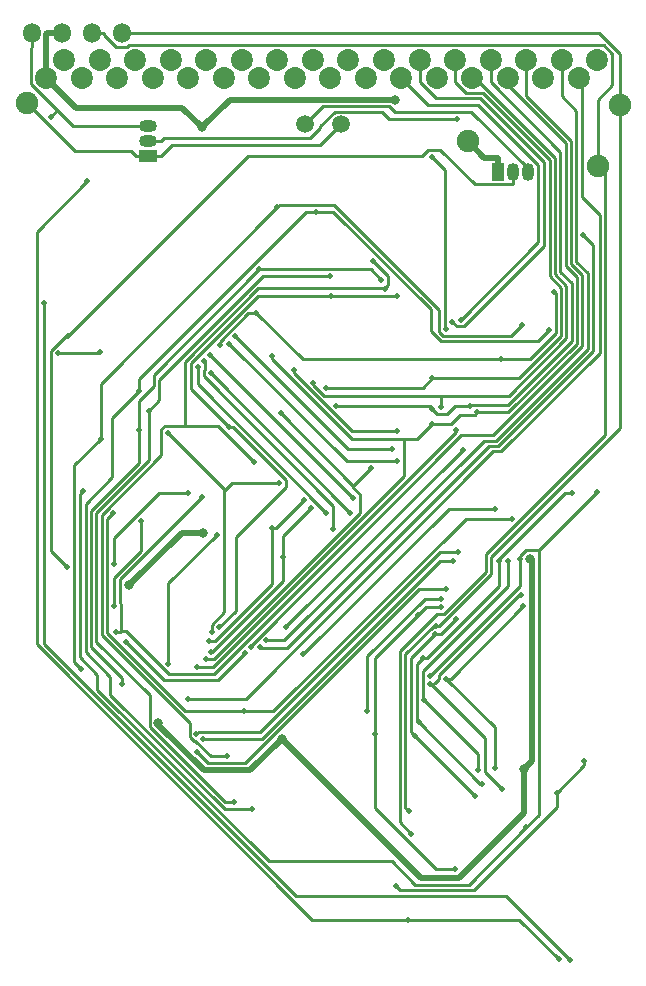
<source format=gbr>
%TF.GenerationSoftware,KiCad,Pcbnew,(7.0.0)*%
%TF.CreationDate,2023-03-08T13:52:56-06:00*%
%TF.ProjectId,G0-022M6,47302d30-3232-44d3-962e-6b696361645f,rev?*%
%TF.SameCoordinates,Original*%
%TF.FileFunction,Copper,L2,Bot*%
%TF.FilePolarity,Positive*%
%FSLAX46Y46*%
G04 Gerber Fmt 4.6, Leading zero omitted, Abs format (unit mm)*
G04 Created by KiCad (PCBNEW (7.0.0)) date 2023-03-08 13:52:56*
%MOMM*%
%LPD*%
G01*
G04 APERTURE LIST*
%TA.AperFunction,NonConductor*%
%ADD10C,0.000001*%
%TD*%
%TA.AperFunction,ComponentPad*%
%ADD11C,1.500000*%
%TD*%
%TA.AperFunction,ComponentPad*%
%ADD12C,1.860000*%
%TD*%
%TA.AperFunction,ComponentPad*%
%ADD13R,1.500000X1.050000*%
%TD*%
%TA.AperFunction,ComponentPad*%
%ADD14O,1.500000X1.050000*%
%TD*%
%TA.AperFunction,ComponentPad*%
%ADD15R,1.050000X1.500000*%
%TD*%
%TA.AperFunction,ComponentPad*%
%ADD16O,1.050000X1.500000*%
%TD*%
%TA.AperFunction,SMDPad,CuDef*%
%ADD17O,1.500000X1.700000*%
%TD*%
%TA.AperFunction,SMDPad,CuDef*%
%ADD18C,1.900000*%
%TD*%
%TA.AperFunction,ViaPad*%
%ADD19C,0.500000*%
%TD*%
%TA.AperFunction,ViaPad*%
%ADD20C,0.800000*%
%TD*%
%TA.AperFunction,Conductor*%
%ADD21C,0.250000*%
%TD*%
%TA.AperFunction,Conductor*%
%ADD22C,0.500000*%
%TD*%
G04 APERTURE END LIST*
D10*
X177153350Y-61881350D02*
G75*
G03*
X177153350Y-61881350I0J0D01*
G01*
X126948750Y-61682950D02*
G75*
G03*
X126948750Y-61682950I0J0D01*
G01*
D11*
%TO.P,C6,1*%
%TO.N,/Q1.Out*%
X150530000Y-63510000D03*
%TO.P,C6,2*%
%TO.N,/Q2.In*%
X153530000Y-63510000D03*
%TD*%
D12*
%TO.P,J5,1,+5V*%
%TO.N,/VCC*%
X175258400Y-58071300D03*
%TO.P,J5,2,Clock*%
%TO.N,/Clk*%
X173711900Y-59578300D03*
%TO.P,J5,3,Write*%
%TO.N,/Game.Write*%
X172249862Y-58071300D03*
%TO.P,J5,4,Read*%
%TO.N,/Game.Read*%
X170706224Y-59578300D03*
%TO.P,J5,5,CS*%
%TO.N,/Game.CS*%
X169241329Y-58071300D03*
%TO.P,J5,6,A0*%
%TO.N,/A0*%
X167700558Y-59578300D03*
%TO.P,J5,7,A1*%
%TO.N,/A1*%
X166232796Y-58071300D03*
%TO.P,J5,8,A2*%
%TO.N,/A2*%
X164694892Y-59578300D03*
%TO.P,J5,9,A3*%
%TO.N,/A3*%
X163224263Y-58071300D03*
%TO.P,J5,10,A4*%
%TO.N,/A4*%
X161689226Y-59578300D03*
%TO.P,J5,11,A5*%
%TO.N,/A5*%
X160215730Y-58071300D03*
%TO.P,J5,12,A6*%
%TO.N,/A6*%
X158683560Y-59578300D03*
%TO.P,J5,13,A7*%
%TO.N,/A7*%
X157207197Y-58071300D03*
%TO.P,J5,14,A8*%
%TO.N,/A8*%
X155677894Y-59578300D03*
%TO.P,J5,15,A9*%
%TO.N,/A9*%
X154198664Y-58071300D03*
%TO.P,J5,16,A10*%
%TO.N,/A10*%
X152672228Y-59578300D03*
%TO.P,J5,17,A11*%
%TO.N,/A11*%
X151190131Y-58071300D03*
%TO.P,J5,18,A12*%
%TO.N,/A12*%
X149666562Y-59578300D03*
%TO.P,J5,19,A13*%
%TO.N,/Game.A13*%
X148181598Y-58071300D03*
%TO.P,J5,20,A14*%
%TO.N,/Game.A14*%
X146660896Y-59578300D03*
%TO.P,J5,21,A15*%
%TO.N,/Game.A15*%
X145173065Y-58071300D03*
%TO.P,J5,22,Data_0*%
%TO.N,/D0*%
X143655230Y-59578300D03*
%TO.P,J5,23,Data_1*%
%TO.N,/D1*%
X142164532Y-58071300D03*
%TO.P,J5,24,Data_2*%
%TO.N,/D2*%
X140649564Y-59578300D03*
%TO.P,J5,25,Data_3*%
%TO.N,/D3*%
X139155999Y-58071300D03*
%TO.P,J5,26,Data_4*%
%TO.N,/D4*%
X137643898Y-59578300D03*
%TO.P,J5,27,Data_5*%
%TO.N,/D5*%
X136147466Y-58071300D03*
%TO.P,J5,28,Data_6*%
%TO.N,/D6*%
X134638232Y-59578300D03*
%TO.P,J5,29,Data_7*%
%TO.N,/D7*%
X133138933Y-58071300D03*
%TO.P,J5,30,Reset*%
%TO.N,/Reset*%
X131632566Y-59578300D03*
%TO.P,J5,31,Audio*%
%TO.N,/Audio*%
X130130400Y-58071300D03*
%TO.P,J5,32,GND*%
%TO.N,/GND*%
X128626900Y-59578300D03*
%TD*%
D13*
%TO.P,Q2,1,E*%
%TO.N,/Q2.In*%
X137266999Y-66167999D03*
D14*
%TO.P,Q2,2,B*%
%TO.N,/Q2.Trigger*%
X137266999Y-64897999D03*
%TO.P,Q2,3,C*%
%TO.N,/Q2.Out*%
X137266999Y-63627999D03*
%TD*%
D15*
%TO.P,Q1,1,E*%
%TO.N,/GND*%
X166834999Y-67516999D03*
D16*
%TO.P,Q1,2,B*%
%TO.N,/Q1.Trigger*%
X168104999Y-67516999D03*
%TO.P,Q1,3,C*%
%TO.N,/Q1.Out*%
X169374999Y-67516999D03*
%TD*%
D17*
%TO.P,J11,1,Pin_1*%
%TO.N,/Const.High.23*%
X135003999Y-55794999D03*
%TO.P,J11,2,Pin_2*%
%TO.N,/Button*%
X132463999Y-55794999D03*
%TO.P,J11,3,Pin_3*%
%TO.N,/GND*%
X129923999Y-55794999D03*
%TO.P,J11,4,Pin_4*%
%TO.N,/Q2.Out*%
X127383999Y-55794999D03*
%TD*%
D18*
%TO.P,J7,1,Pin_1*%
%TO.N,/Const.High.23*%
X177153400Y-61881300D03*
%TD*%
%TO.P,J10,1,Pin_1*%
%TO.N,/Q2.In*%
X126948800Y-61682900D03*
%TD*%
%TO.P,J9,1,Pin_1*%
%TO.N,/GND*%
X164334400Y-64937200D03*
%TD*%
%TO.P,J8,1,Pin_1*%
%TO.N,/Button*%
X175288100Y-67001000D03*
%TD*%
D19*
%TO.N,/Audio*%
X128401600Y-78605200D03*
X172917300Y-134216800D03*
%TO.N,/Reset*%
X159210000Y-130834600D03*
X171991400Y-134159700D03*
X132091600Y-68327900D03*
%TO.N,/Game.CS*%
X145941300Y-107734500D03*
%TO.N,/Game.Read*%
X174083600Y-72873900D03*
X146677600Y-107739300D03*
%TO.N,/Game.Write*%
X147230400Y-107191500D03*
%TO.N,/Clk*%
X140604600Y-112133700D03*
%TO.N,/Const.High.21*%
X171845000Y-120109700D03*
X174170000Y-117444000D03*
X158249300Y-127971900D03*
%TO.N,/Transistors*%
X145410200Y-108267200D03*
X135353200Y-107320400D03*
%TO.N,/Const.High.23*%
X161649100Y-105960800D03*
X159341800Y-121673900D03*
%TO.N,/Button*%
X159501400Y-123558500D03*
%TO.N,/TSOP.DIP.OE*%
X150370000Y-108381100D03*
X166600400Y-96033600D03*
%TO.N,/TSOP.DIP.WE*%
X148944200Y-106050400D03*
X163902300Y-91050500D03*
%TO.N,/Unused.A18*%
X140605700Y-94749900D03*
X134360400Y-100700600D03*
%TO.N,/A16*%
X141793000Y-95069200D03*
X163324000Y-89378900D03*
X134482000Y-106483900D03*
%TO.N,/Game.A15*%
X143062000Y-98232000D03*
X138959900Y-109226300D03*
X146394800Y-79472100D03*
X143299100Y-82186000D03*
X167079000Y-83396800D03*
X171620500Y-77677000D03*
%TO.N,/A12*%
X152749000Y-77993800D03*
X144089300Y-89108400D03*
X158288100Y-78010200D03*
X143217500Y-106099200D03*
%TO.N,/A7*%
X143887500Y-117017000D03*
X146222000Y-92111100D03*
X156278200Y-75083000D03*
X157333600Y-77427900D03*
%TO.N,/A6*%
X163694400Y-80029000D03*
X147751000Y-97639900D03*
X142424500Y-107286800D03*
X150406100Y-95266100D03*
%TO.N,/A5*%
X148648000Y-100104200D03*
X142586300Y-108143500D03*
X162991000Y-80210900D03*
X151055400Y-95944800D03*
%TO.N,/A4*%
X142119900Y-108769200D03*
X161241300Y-66235400D03*
X162436900Y-80817800D03*
X156114500Y-92591000D03*
X148495600Y-87954200D03*
%TO.N,/A3*%
X161264100Y-85002800D03*
X152254700Y-85793300D03*
X163079000Y-100436100D03*
X141914000Y-115559300D03*
%TO.N,/A2*%
X162042100Y-87399300D03*
X162431400Y-102866700D03*
X141341800Y-116614100D03*
X151215700Y-85391000D03*
%TO.N,/A1*%
X161300700Y-87572000D03*
X153174200Y-87349500D03*
X164515400Y-87335100D03*
X141325800Y-115108100D03*
X163512000Y-99678900D03*
%TO.N,/A0*%
X165096000Y-87889500D03*
X161233100Y-88839600D03*
X147738200Y-83093800D03*
X141385700Y-109471600D03*
%TO.N,/D0*%
X149598300Y-84308800D03*
X158297400Y-89486900D03*
X162014800Y-103647300D03*
X155781300Y-113151200D03*
%TO.N,/D1*%
X156421000Y-115154000D03*
X163256300Y-126581000D03*
X162038300Y-104347500D03*
X144587900Y-81420500D03*
X157860400Y-90985100D03*
X160059700Y-105041600D03*
%TO.N,/D2*%
X161528700Y-106666800D03*
X163308700Y-105398400D03*
X159819300Y-115263500D03*
X164910500Y-120354700D03*
X144107700Y-82063800D03*
X158292100Y-92009300D03*
%TO.N,/D3*%
X166956800Y-100460300D03*
X160139200Y-114141600D03*
X165488000Y-119336800D03*
X160505600Y-108686400D03*
X154575100Y-95136000D03*
X142462200Y-83023100D03*
X173105000Y-94735400D03*
%TO.N,/D4*%
X160558500Y-112199000D03*
X167677800Y-100441600D03*
X141967000Y-83518300D03*
X152919400Y-97792700D03*
X165137900Y-118172400D03*
%TO.N,/D5*%
X162495800Y-110470800D03*
X166581400Y-117978900D03*
X141471800Y-84013400D03*
X152335000Y-96381400D03*
X169007000Y-104320800D03*
%TO.N,/D6*%
X167169200Y-119779500D03*
X161083700Y-110926200D03*
X168778600Y-103380500D03*
X142523700Y-84588500D03*
X154316300Y-96381100D03*
%TO.N,/D7*%
X169234200Y-123030600D03*
X168703000Y-100308700D03*
X131712600Y-94550300D03*
X175233100Y-94638100D03*
X161069300Y-110200100D03*
%TO.N,/W29.CE*%
X133166600Y-82755000D03*
X129617000Y-82865700D03*
%TO.N,/A10*%
X145334800Y-113138900D03*
X168044500Y-96874400D03*
X134261300Y-96435800D03*
%TO.N,/A11*%
X151446800Y-70897300D03*
X171162400Y-80945100D03*
X136430100Y-86062200D03*
X145998900Y-121507900D03*
%TO.N,/A9*%
X152619900Y-76331000D03*
X137280600Y-87739700D03*
X144476100Y-120888400D03*
%TO.N,/A8*%
X138941800Y-89638400D03*
X142635100Y-106507100D03*
X148341400Y-93838000D03*
%TO.N,/Game.A13*%
X148181600Y-70492900D03*
X168915200Y-80467900D03*
X133210900Y-90144100D03*
X131556800Y-109614400D03*
%TO.N,/Game.A14*%
X146660900Y-75746300D03*
X156987600Y-76663800D03*
X136435100Y-89371100D03*
X135010000Y-110858500D03*
%TO.N,/A17*%
X134350700Y-104319000D03*
X136599900Y-97081500D03*
D20*
%TO.N,/VCC*%
X135620800Y-102544900D03*
X141858900Y-98082400D03*
D19*
%TO.N,/Q2.Out*%
X128977500Y-62858200D03*
%TO.N,/Q2.Trigger*%
X163379000Y-63087300D03*
%TO.N,/Q1.Trigger*%
X130494900Y-81382900D03*
X130354000Y-100971400D03*
D20*
%TO.N,/GND*%
X169579000Y-100273600D03*
X169063700Y-118081700D03*
X141791000Y-63753800D03*
X158176100Y-61462100D03*
X138084300Y-114216500D03*
X148566200Y-115512100D03*
%TD*%
D21*
%TO.N,/Audio*%
X167529500Y-128829000D02*
X172917300Y-134216800D01*
X149761600Y-128829000D02*
X167529500Y-128829000D01*
X128401600Y-107469000D02*
X149761600Y-128829000D01*
X128401600Y-78605200D02*
X128401600Y-107469000D01*
%TO.N,/Reset*%
X151120200Y-130834600D02*
X159210000Y-130834600D01*
X127802800Y-107517200D02*
X151120200Y-130834600D01*
X127802800Y-72616700D02*
X127802800Y-107517200D01*
X132091600Y-68327900D02*
X127802800Y-72616700D01*
X168666300Y-130834600D02*
X171991400Y-134159700D01*
X159210000Y-130834600D02*
X168666300Y-130834600D01*
%TO.N,/Game.CS*%
X145941300Y-107662300D02*
X145941300Y-107734500D01*
X163757200Y-89846400D02*
X145941300Y-107662300D01*
X166429800Y-89846400D02*
X163757200Y-89846400D01*
X174005700Y-82270500D02*
X166429800Y-89846400D01*
X174005700Y-76270700D02*
X174005700Y-82270500D01*
X173048800Y-75313800D02*
X174005700Y-76270700D01*
X173048800Y-64889900D02*
X173048800Y-75313800D01*
X169241300Y-61082400D02*
X173048800Y-64889900D01*
X169241300Y-58071300D02*
X169241300Y-61082400D01*
%TO.N,/Game.Read*%
X146773700Y-107835400D02*
X146677600Y-107739300D01*
X148992200Y-107835400D02*
X146773700Y-107835400D01*
X166081000Y-90746600D02*
X148992200Y-107835400D01*
X166901700Y-90746600D02*
X166081000Y-90746600D01*
X174944800Y-82703500D02*
X166901700Y-90746600D01*
X174944800Y-73735100D02*
X174944800Y-82703500D01*
X174083600Y-72873900D02*
X174944800Y-73735100D01*
%TO.N,/Game.Write*%
X148741100Y-107191500D02*
X147230400Y-107191500D01*
X165636100Y-90296500D02*
X148741100Y-107191500D01*
X166661700Y-90296500D02*
X165636100Y-90296500D01*
X174455900Y-82502300D02*
X166661700Y-90296500D01*
X174455900Y-76084300D02*
X174455900Y-82502300D01*
X173498900Y-75127300D02*
X174455900Y-76084300D01*
X173498900Y-62371000D02*
X173498900Y-75127300D01*
X172249900Y-61122000D02*
X173498900Y-62371000D01*
X172249900Y-58071300D02*
X172249900Y-61122000D01*
%TO.N,/Clk*%
X145526600Y-112133700D02*
X140604600Y-112133700D01*
X166463500Y-91196800D02*
X145526600Y-112133700D01*
X167112700Y-91196800D02*
X166463500Y-91196800D01*
X175458600Y-82850900D02*
X167112700Y-91196800D01*
X175458600Y-71137300D02*
X175458600Y-82850900D01*
X173949100Y-69627800D02*
X175458600Y-71137300D01*
X173949100Y-59815500D02*
X173949100Y-69627800D01*
X173711900Y-59578300D02*
X173949100Y-59815500D01*
%TO.N,/Const.High.21*%
X174170000Y-117784700D02*
X174170000Y-117444000D01*
X171845000Y-120109700D02*
X174170000Y-117784700D01*
X158594700Y-128317300D02*
X158249300Y-127971900D01*
X164827900Y-128317300D02*
X158594700Y-128317300D01*
X171845000Y-121300200D02*
X164827900Y-128317300D01*
X171845000Y-120109700D02*
X171845000Y-121300200D01*
%TO.N,/Transistors*%
X143125100Y-110552300D02*
X145410200Y-108267200D01*
X138585100Y-110552300D02*
X143125100Y-110552300D01*
X135353200Y-107320400D02*
X138585100Y-110552300D01*
%TO.N,/Const.High.23*%
X135004000Y-55795000D02*
X136079100Y-55795000D01*
X177153400Y-57523300D02*
X177153400Y-61881300D01*
X175425100Y-55795000D02*
X177153400Y-57523300D01*
X136079100Y-55795000D02*
X175425100Y-55795000D01*
X159023500Y-121355600D02*
X159341800Y-121673900D01*
X159023500Y-108348100D02*
X159023500Y-121355600D01*
X161410800Y-105960800D02*
X159023500Y-108348100D01*
X161649100Y-105960800D02*
X161410800Y-105960800D01*
X161875000Y-105960800D02*
X161649100Y-105960800D01*
X166264100Y-101571700D02*
X161875000Y-105960800D01*
X166264100Y-100104700D02*
X166264100Y-101571700D01*
X177153400Y-89215400D02*
X166264100Y-100104700D01*
X177153400Y-61881300D02*
X177153400Y-89215400D01*
%TO.N,/Button*%
X175288100Y-61408600D02*
X175288100Y-67001000D01*
X176514000Y-60182700D02*
X175288100Y-61408600D01*
X176514000Y-57520600D02*
X176514000Y-60182700D01*
X175795100Y-56801700D02*
X176514000Y-57520600D01*
X135617900Y-56801700D02*
X175795100Y-56801700D01*
X135449400Y-56970200D02*
X135617900Y-56801700D01*
X134554200Y-56970200D02*
X135449400Y-56970200D01*
X133539100Y-55955100D02*
X134554200Y-56970200D01*
X133539100Y-55795000D02*
X133539100Y-55955100D01*
X132464000Y-55795000D02*
X133539100Y-55795000D01*
X158554000Y-122611100D02*
X159501400Y-123558500D01*
X158554000Y-108081000D02*
X158554000Y-122611100D01*
X161712400Y-104922600D02*
X158554000Y-108081000D01*
X162276600Y-104922600D02*
X161712400Y-104922600D01*
X165814000Y-101385200D02*
X162276600Y-104922600D01*
X165814000Y-99918200D02*
X165814000Y-101385200D01*
X175908800Y-89823400D02*
X165814000Y-99918200D01*
X175908800Y-67621700D02*
X175908800Y-89823400D01*
X175288100Y-67001000D02*
X175908800Y-67621700D01*
%TO.N,/TSOP.DIP.OE*%
X162717500Y-96033600D02*
X150370000Y-108381100D01*
X166600400Y-96033600D02*
X162717500Y-96033600D01*
%TO.N,/TSOP.DIP.WE*%
X148944300Y-106008500D02*
X163902300Y-91050500D01*
X148944300Y-106050400D02*
X148944300Y-106008500D01*
X148944200Y-106050400D02*
X148944300Y-106050400D01*
%TO.N,/Unused.A18*%
X134360500Y-100700600D02*
X134360400Y-100700600D01*
X134360500Y-98505500D02*
X134360500Y-100700600D01*
X138116100Y-94749900D02*
X134360500Y-98505500D01*
X140605700Y-94749900D02*
X138116100Y-94749900D01*
%TO.N,/A16*%
X134920800Y-106483900D02*
X134971100Y-106433600D01*
X134482000Y-106483900D02*
X134920800Y-106483900D01*
X134971100Y-104112500D02*
X134971100Y-106433600D01*
X134891900Y-104033300D02*
X134971100Y-104112500D01*
X134891900Y-101970300D02*
X134891900Y-104033300D01*
X141793000Y-95069200D02*
X134891900Y-101970300D01*
X163324000Y-89509700D02*
X163324000Y-89378900D01*
X142779000Y-110054700D02*
X163324000Y-89509700D01*
X138965500Y-110054700D02*
X142779000Y-110054700D01*
X135344400Y-106433600D02*
X138965500Y-110054700D01*
X134971100Y-106433600D02*
X135344400Y-106433600D01*
%TO.N,/Game.A15*%
X138959900Y-102334100D02*
X138959900Y-109226300D01*
X143062000Y-98232000D02*
X138959900Y-102334100D01*
X150319500Y-83396800D02*
X167079000Y-83396800D01*
X146394800Y-79472100D02*
X150319500Y-83396800D01*
X171746300Y-77802800D02*
X171620500Y-77677000D01*
X171746300Y-81188100D02*
X171746300Y-77802800D01*
X169537600Y-83396800D02*
X171746300Y-81188100D01*
X167079000Y-83396800D02*
X169537600Y-83396800D01*
X143299100Y-81896000D02*
X143299100Y-82186000D01*
X145723000Y-79472100D02*
X143299100Y-81896000D01*
X146394800Y-79472100D02*
X145723000Y-79472100D01*
%TO.N,/A12*%
X152765400Y-78010200D02*
X158288100Y-78010200D01*
X152749000Y-77993800D02*
X152765400Y-78010200D01*
X144639100Y-104677600D02*
X143217500Y-106099200D01*
X144639100Y-98459300D02*
X144639100Y-104677600D01*
X148916700Y-94181700D02*
X144639100Y-98459300D01*
X148916700Y-93599700D02*
X148916700Y-94181700D01*
X144425400Y-89108400D02*
X148916700Y-93599700D01*
X144089300Y-89108400D02*
X144425400Y-89108400D01*
X140851700Y-85870800D02*
X144089300Y-89108400D01*
X140851700Y-83706800D02*
X140851700Y-85870800D01*
X146564700Y-77993800D02*
X140851700Y-83706800D01*
X152749000Y-77993800D02*
X146564700Y-77993800D01*
%TO.N,/A7*%
X157574700Y-76379500D02*
X156278200Y-75083000D01*
X157574700Y-77070400D02*
X157574700Y-76379500D01*
X157275400Y-77369700D02*
X157574700Y-77070400D01*
X157275400Y-77369700D02*
X157333600Y-77427900D01*
X138643700Y-89054700D02*
X140333500Y-89054700D01*
X138366500Y-89331900D02*
X138643700Y-89054700D01*
X138366500Y-91517300D02*
X138366500Y-89331900D01*
X133314300Y-96569500D02*
X138366500Y-91517300D01*
X133314300Y-106766000D02*
X133314300Y-96569500D01*
X140750700Y-114202400D02*
X133314300Y-106766000D01*
X140750700Y-115346300D02*
X140750700Y-114202400D01*
X141087600Y-115683200D02*
X140750700Y-115346300D01*
X141224300Y-115683200D02*
X141087600Y-115683200D01*
X142558100Y-117017000D02*
X141224300Y-115683200D01*
X143887500Y-117017000D02*
X142558100Y-117017000D01*
X143165600Y-89054700D02*
X146222000Y-92111100D01*
X140333500Y-89054700D02*
X143165600Y-89054700D01*
X140333500Y-83588400D02*
X140333500Y-89054700D01*
X146552200Y-77369700D02*
X140333500Y-83588400D01*
X157275400Y-77369700D02*
X146552200Y-77369700D01*
%TO.N,/A6*%
X148032300Y-97639900D02*
X147751000Y-97639900D01*
X150406100Y-95266100D02*
X148032300Y-97639900D01*
X170257700Y-73465700D02*
X163694400Y-80029000D01*
X170257700Y-66904500D02*
X170257700Y-73465700D01*
X165176900Y-61823700D02*
X170257700Y-66904500D01*
X160929000Y-61823700D02*
X165176900Y-61823700D01*
X158683600Y-59578300D02*
X160929000Y-61823700D01*
X142883700Y-107286800D02*
X142424500Y-107286800D01*
X147751000Y-102419500D02*
X142883700Y-107286800D01*
X147751000Y-97639900D02*
X147751000Y-102419500D01*
%TO.N,/A5*%
X163384300Y-80604200D02*
X162991000Y-80210900D01*
X163946200Y-80604200D02*
X163384300Y-80604200D01*
X170741700Y-73808700D02*
X163946200Y-80604200D01*
X170741700Y-66684400D02*
X170741700Y-73808700D01*
X165370500Y-61313200D02*
X170741700Y-66684400D01*
X161641600Y-61313200D02*
X165370500Y-61313200D01*
X160215700Y-59887300D02*
X161641600Y-61313200D01*
X160215700Y-58071300D02*
X160215700Y-59887300D01*
X142663500Y-108143500D02*
X142586300Y-108143500D01*
X148648000Y-102159000D02*
X142663500Y-108143500D01*
X148648000Y-100104200D02*
X148648000Y-102159000D01*
X148648000Y-98352200D02*
X151055400Y-95944800D01*
X148648000Y-100104200D02*
X148648000Y-98352200D01*
%TO.N,/A4*%
X162372400Y-80753300D02*
X162436900Y-80817800D01*
X162372400Y-67366500D02*
X162372400Y-80753300D01*
X161241300Y-66235400D02*
X162372400Y-67366500D01*
X154623500Y-94082000D02*
X148495600Y-87954200D01*
X154623400Y-94082100D02*
X154623500Y-94082000D01*
X154623400Y-94298500D02*
X154623400Y-94082100D01*
X155159800Y-94834900D02*
X154623400Y-94298500D01*
X155159800Y-96392300D02*
X155159800Y-94834900D01*
X142782900Y-108769200D02*
X155159800Y-96392300D01*
X142119900Y-108769200D02*
X142782900Y-108769200D01*
X154623500Y-94082000D02*
X156114500Y-92591000D01*
%TO.N,/A3*%
X168601300Y-85002800D02*
X161264100Y-85002800D01*
X172205200Y-81398900D02*
X168601300Y-85002800D01*
X172205200Y-77339900D02*
X172205200Y-81398900D01*
X171248400Y-76383100D02*
X172205200Y-77339900D01*
X171248400Y-66554400D02*
X171248400Y-76383100D01*
X165557000Y-60863000D02*
X171248400Y-66554400D01*
X164130100Y-60863000D02*
X165557000Y-60863000D01*
X163224300Y-59957200D02*
X164130100Y-60863000D01*
X163224300Y-58071300D02*
X163224300Y-59957200D01*
X146857100Y-115559300D02*
X141914000Y-115559300D01*
X161980300Y-100436100D02*
X146857100Y-115559300D01*
X163079000Y-100436100D02*
X161980300Y-100436100D01*
X160473600Y-85793300D02*
X152254700Y-85793300D01*
X161264100Y-85002800D02*
X160473600Y-85793300D01*
%TO.N,/A2*%
X142327900Y-117600200D02*
X141341800Y-116614100D01*
X145452800Y-117600200D02*
X142327900Y-117600200D01*
X160186200Y-102866800D02*
X145452800Y-117600200D01*
X162431400Y-102866800D02*
X160186200Y-102866800D01*
X162431400Y-102866700D02*
X162431400Y-102866800D01*
X162042100Y-86496600D02*
X162042100Y-87399300D01*
X167763100Y-86496600D02*
X162042100Y-86496600D01*
X172655300Y-81604400D02*
X167763100Y-86496600D01*
X172655300Y-77153300D02*
X172655300Y-81604400D01*
X171698500Y-76196500D02*
X172655300Y-77153300D01*
X171698500Y-66367800D02*
X171698500Y-76196500D01*
X164909000Y-59578300D02*
X171698500Y-66367800D01*
X164694900Y-59578300D02*
X164909000Y-59578300D01*
X151215700Y-85567900D02*
X151215700Y-85391000D01*
X152144400Y-86496600D02*
X151215700Y-85567900D01*
X162042100Y-86496600D02*
X152144400Y-86496600D01*
%TO.N,/A1*%
X164599400Y-87251100D02*
X164515400Y-87335100D01*
X167672100Y-87251100D02*
X164599400Y-87251100D01*
X173105400Y-81817800D02*
X167672100Y-87251100D01*
X173105400Y-76966800D02*
X173105400Y-81817800D01*
X172148600Y-76010000D02*
X173105400Y-76966800D01*
X172148600Y-65834500D02*
X172148600Y-76010000D01*
X166232800Y-59918700D02*
X172148600Y-65834500D01*
X166232800Y-58071300D02*
X166232800Y-59918700D01*
X161724400Y-87995700D02*
X161300700Y-87572000D01*
X162516100Y-87995700D02*
X161724400Y-87995700D01*
X163176700Y-87335100D02*
X162516100Y-87995700D01*
X164515400Y-87335100D02*
X163176700Y-87335100D01*
X161944500Y-99678900D02*
X163512000Y-99678900D01*
X146702100Y-114921300D02*
X161944500Y-99678900D01*
X141512600Y-114921300D02*
X146702100Y-114921300D01*
X141325800Y-115108100D02*
X141512600Y-114921300D01*
X153174200Y-87349600D02*
X153174200Y-87349500D01*
X161078300Y-87349600D02*
X153174200Y-87349600D01*
X161300700Y-87572000D02*
X161078300Y-87349600D01*
%TO.N,/A0*%
X167741100Y-87889500D02*
X165096000Y-87889500D01*
X173555500Y-82075100D02*
X167741100Y-87889500D01*
X173555500Y-76457100D02*
X173555500Y-82075100D01*
X172598700Y-75500300D02*
X173555500Y-76457100D01*
X172598700Y-65076500D02*
X172598700Y-75500300D01*
X167700600Y-60178400D02*
X172598700Y-65076500D01*
X167700600Y-59578300D02*
X167700600Y-60178400D01*
X164901800Y-88083700D02*
X165096000Y-87889500D01*
X164901800Y-88083800D02*
X164901800Y-88083700D01*
X163618500Y-88083800D02*
X164901800Y-88083800D01*
X162862700Y-88839600D02*
X163618500Y-88083800D01*
X161233100Y-88839600D02*
X162862700Y-88839600D01*
X142717200Y-109471600D02*
X141385700Y-109471600D01*
X158889000Y-93299800D02*
X142717200Y-109471600D01*
X158889000Y-90110200D02*
X158889000Y-93299800D01*
X159962500Y-90110200D02*
X161233100Y-88839600D01*
X158889000Y-90110200D02*
X159962500Y-90110200D01*
X147738200Y-83363600D02*
X147738200Y-83093800D01*
X154484800Y-90110200D02*
X147738200Y-83363600D01*
X158889000Y-90110200D02*
X154484800Y-90110200D01*
%TO.N,/D0*%
X155781300Y-108506700D02*
X155781300Y-113151200D01*
X160640700Y-103647300D02*
X155781300Y-108506700D01*
X162014800Y-103647300D02*
X160640700Y-103647300D01*
X149598300Y-84587100D02*
X149598300Y-84308800D01*
X154498100Y-89486900D02*
X149598300Y-84587100D01*
X158297400Y-89486900D02*
X154498100Y-89486900D01*
%TO.N,/D1*%
X156421000Y-121357300D02*
X156421000Y-115154000D01*
X161644700Y-126581000D02*
X156421000Y-121357300D01*
X163256300Y-126581000D02*
X161644700Y-126581000D01*
X156421000Y-108680300D02*
X160059700Y-105041600D01*
X156421000Y-115154000D02*
X156421000Y-108680300D01*
X160753800Y-104347500D02*
X162038300Y-104347500D01*
X160059700Y-105041600D02*
X160753800Y-104347500D01*
X154152500Y-90985100D02*
X144587900Y-81420500D01*
X157860400Y-90985100D02*
X154152500Y-90985100D01*
%TO.N,/D2*%
X159515500Y-114959700D02*
X159819300Y-115263500D01*
X159515500Y-108701200D02*
X159515500Y-114959700D01*
X161539300Y-106677400D02*
X159515500Y-108701200D01*
X162029700Y-106677400D02*
X161539300Y-106677400D01*
X163308700Y-105398400D02*
X162029700Y-106677400D01*
X161539300Y-106677400D02*
X161528700Y-106666800D01*
X159819300Y-115263500D02*
X164910500Y-120354700D01*
X154053200Y-92009300D02*
X158292100Y-92009300D01*
X144107700Y-82063800D02*
X154053200Y-92009300D01*
%TO.N,/D3*%
X165334400Y-119336800D02*
X165488000Y-119336800D01*
X160139200Y-114141600D02*
X165334400Y-119336800D01*
X159965700Y-113968100D02*
X160139200Y-114141600D01*
X159965700Y-109226300D02*
X159965700Y-113968100D01*
X160505600Y-108686400D02*
X159965700Y-109226300D01*
X142462200Y-83023100D02*
X154575100Y-95136000D01*
X160847600Y-108686400D02*
X160505600Y-108686400D01*
X166956800Y-102577200D02*
X160847600Y-108686400D01*
X166956800Y-100460300D02*
X166956800Y-102577200D01*
X166956800Y-100286800D02*
X166956800Y-100460300D01*
X172508200Y-94735400D02*
X166956800Y-100286800D01*
X173105000Y-94735400D02*
X172508200Y-94735400D01*
%TO.N,/D4*%
X165137900Y-116778400D02*
X165137900Y-118172400D01*
X160558500Y-112199000D02*
X165137900Y-116778400D01*
X152919400Y-95797800D02*
X152919400Y-97792700D01*
X141940100Y-84818500D02*
X152919400Y-95797800D01*
X141940100Y-84358500D02*
X141940100Y-84818500D01*
X142046900Y-84251700D02*
X141940100Y-84358500D01*
X142046900Y-83598200D02*
X142046900Y-84251700D01*
X141967000Y-83518300D02*
X142046900Y-83598200D01*
X160492500Y-112133000D02*
X160558500Y-112199000D01*
X160492500Y-109745300D02*
X160492500Y-112133000D01*
X167677800Y-102560000D02*
X160492500Y-109745300D01*
X167677800Y-100441600D02*
X167677800Y-102560000D01*
%TO.N,/D5*%
X166581400Y-114556400D02*
X162495800Y-110470800D01*
X166581400Y-117978900D02*
X166581400Y-114556400D01*
X162857000Y-110470800D02*
X169007000Y-104320800D01*
X162495800Y-110470800D02*
X162857000Y-110470800D01*
X141471800Y-85518200D02*
X141471800Y-84013400D01*
X152335000Y-96381400D02*
X141471800Y-85518200D01*
%TO.N,/D6*%
X165722600Y-115464700D02*
X161265800Y-111007900D01*
X165722600Y-118332900D02*
X165722600Y-115464700D01*
X167169200Y-119779500D02*
X165722600Y-118332900D01*
X161165400Y-111007900D02*
X161083700Y-110926200D01*
X161265800Y-111007900D02*
X161165400Y-111007900D01*
X142523700Y-84588500D02*
X154316300Y-96381100D01*
X168657100Y-103380500D02*
X168778600Y-103380500D01*
X161888200Y-110149400D02*
X168657100Y-103380500D01*
X161888200Y-110385500D02*
X161888200Y-110149400D01*
X161855500Y-110418200D02*
X161888200Y-110385500D01*
X161855500Y-110438400D02*
X161855500Y-110418200D01*
X161518700Y-110775200D02*
X161855500Y-110438400D01*
X161498500Y-110775200D02*
X161518700Y-110775200D01*
X161265800Y-111007900D02*
X161498500Y-110775200D01*
%TO.N,/D7*%
X164397700Y-127867100D02*
X169234200Y-123030600D01*
X159832700Y-127867100D02*
X164397700Y-127867100D01*
X157878600Y-125913000D02*
X159832700Y-127867100D01*
X147482200Y-125913000D02*
X157878600Y-125913000D01*
X132950000Y-111380800D02*
X147482200Y-125913000D01*
X132950000Y-110090900D02*
X132950000Y-111380800D01*
X131466900Y-108607800D02*
X132950000Y-110090900D01*
X131466900Y-94796000D02*
X131466900Y-108607800D01*
X131712600Y-94550300D02*
X131466900Y-94796000D01*
X170325400Y-121939400D02*
X170325400Y-99545800D01*
X169234200Y-123030600D02*
X170325400Y-121939400D01*
X168703000Y-100088400D02*
X168703000Y-100308700D01*
X169245600Y-99545800D02*
X168703000Y-100088400D01*
X170325400Y-99545800D02*
X169245600Y-99545800D01*
X168703000Y-102566400D02*
X161069300Y-110200100D01*
X168703000Y-100308700D02*
X168703000Y-102566400D01*
X170325400Y-99545800D02*
X175233100Y-94638100D01*
%TO.N,/W29.CE*%
X133055900Y-82865700D02*
X129617000Y-82865700D01*
X133166600Y-82755000D02*
X133055900Y-82865700D01*
%TO.N,/A10*%
X147847800Y-113138900D02*
X145334800Y-113138900D01*
X164112300Y-96874400D02*
X147847800Y-113138900D01*
X168044500Y-96874400D02*
X164112300Y-96874400D01*
X140323700Y-113138900D02*
X145334800Y-113138900D01*
X133764500Y-106579700D02*
X140323700Y-113138900D01*
X133764500Y-96932600D02*
X133764500Y-106579700D01*
X134261300Y-96435800D02*
X133764500Y-96932600D01*
%TO.N,/A11*%
X136430100Y-85068700D02*
X136430100Y-86062200D01*
X150601500Y-70897300D02*
X136430100Y-85068700D01*
X151446800Y-70897300D02*
X150601500Y-70897300D01*
X145998900Y-121507800D02*
X145998900Y-121507900D01*
X143713600Y-121507800D02*
X145998900Y-121507800D01*
X134037100Y-111831300D02*
X143713600Y-121507800D01*
X134037100Y-110287000D02*
X134037100Y-111831300D01*
X131953100Y-108203000D02*
X134037100Y-110287000D01*
X131953100Y-95607700D02*
X131953100Y-108203000D01*
X134166200Y-93394600D02*
X131953100Y-95607700D01*
X134166200Y-88326100D02*
X134166200Y-93394600D01*
X136430100Y-86062200D02*
X134166200Y-88326100D01*
X170264500Y-81843000D02*
X171162400Y-80945100D01*
X162012200Y-81843000D02*
X170264500Y-81843000D01*
X161186200Y-81017000D02*
X162012200Y-81843000D01*
X161186200Y-79177600D02*
X161186200Y-81017000D01*
X152905900Y-70897300D02*
X161186200Y-79177600D01*
X151446800Y-70897300D02*
X152905900Y-70897300D01*
%TO.N,/A9*%
X143730800Y-120888400D02*
X144476100Y-120888400D01*
X137359200Y-114516800D02*
X143730800Y-120888400D01*
X137359200Y-111855000D02*
X137359200Y-114516800D01*
X132861800Y-107357600D02*
X137359200Y-111855000D01*
X132861800Y-96378700D02*
X132861800Y-107357600D01*
X137280600Y-91959900D02*
X132861800Y-96378700D01*
X137280600Y-87739700D02*
X137280600Y-91959900D01*
X152619900Y-76331100D02*
X152619900Y-76331000D01*
X146943700Y-76331100D02*
X152619900Y-76331100D01*
X138148800Y-85126000D02*
X146943700Y-76331100D01*
X138148800Y-86871500D02*
X138148800Y-85126000D01*
X137280600Y-87739700D02*
X138148800Y-86871500D01*
%TO.N,/A8*%
X143729700Y-94426200D02*
X138941800Y-89638400D01*
X143684900Y-94471000D02*
X143729700Y-94426200D01*
X143684900Y-104818500D02*
X143684900Y-94471000D01*
X142635100Y-105868300D02*
X143684900Y-104818500D01*
X142635100Y-106507100D02*
X142635100Y-105868300D01*
X144317900Y-93838000D02*
X148341400Y-93838000D01*
X143729700Y-94426200D02*
X144317900Y-93838000D01*
%TO.N,/Game.A13*%
X133210900Y-85463600D02*
X133210900Y-90144100D01*
X148181600Y-70492900D02*
X133210900Y-85463600D01*
X130973000Y-92382000D02*
X133210900Y-90144100D01*
X130973000Y-109030600D02*
X130973000Y-92382000D01*
X131556800Y-109614400D02*
X130973000Y-109030600D01*
X167990200Y-81392900D02*
X168915200Y-80467900D01*
X162198700Y-81392900D02*
X167990200Y-81392900D01*
X161861800Y-81056000D02*
X162198700Y-81392900D01*
X161861800Y-79216600D02*
X161861800Y-81056000D01*
X152944300Y-70299100D02*
X161861800Y-79216600D01*
X148375400Y-70299100D02*
X152944300Y-70299100D01*
X148181600Y-70492900D02*
X148375400Y-70299100D01*
%TO.N,/Game.A14*%
X156070100Y-75746300D02*
X146660900Y-75746300D01*
X156987600Y-76663800D02*
X156070100Y-75746300D01*
X136435100Y-86907700D02*
X136435100Y-89371100D01*
X137698600Y-85644200D02*
X136435100Y-86907700D01*
X137698600Y-84708600D02*
X137698600Y-85644200D01*
X146660900Y-75746300D02*
X137698600Y-84708600D01*
X135010000Y-110368900D02*
X135010000Y-110858500D01*
X132403200Y-107762100D02*
X135010000Y-110368900D01*
X132403200Y-96200600D02*
X132403200Y-107762100D01*
X136435100Y-92168700D02*
X132403200Y-96200600D01*
X136435100Y-89371100D02*
X136435100Y-92168700D01*
%TO.N,/A17*%
X134350700Y-101874800D02*
X134350700Y-104319000D01*
X136599900Y-99625600D02*
X134350700Y-101874800D01*
X136599900Y-97081500D02*
X136599900Y-99625600D01*
D22*
%TO.N,/VCC*%
X140083300Y-98082400D02*
X135620800Y-102544900D01*
X141858900Y-98082400D02*
X140083300Y-98082400D01*
D21*
%TO.N,/Q2.Out*%
X127384000Y-55795000D02*
X127384000Y-56970100D01*
X127325900Y-60079500D02*
X129541100Y-62294600D01*
X127325900Y-57028200D02*
X127325900Y-60079500D01*
X127384000Y-56970100D02*
X127325900Y-57028200D01*
X130874400Y-63628000D02*
X137267000Y-63628000D01*
X129541100Y-62294600D02*
X130874400Y-63628000D01*
X129541100Y-62294600D02*
X128977500Y-62858200D01*
%TO.N,/Q2.Trigger*%
X137267000Y-64898000D02*
X138342100Y-64898000D01*
X157662000Y-63087300D02*
X163379000Y-63087300D01*
X157007600Y-62432900D02*
X157662000Y-63087300D01*
X153039100Y-62432900D02*
X157007600Y-62432900D01*
X151818100Y-63653900D02*
X153039100Y-62432900D01*
X151818100Y-63770400D02*
X151818100Y-63653900D01*
X150969300Y-64619200D02*
X151818100Y-63770400D01*
X138620900Y-64619200D02*
X150969300Y-64619200D01*
X138342100Y-64898000D02*
X138620900Y-64619200D01*
%TO.N,/Q2.In*%
X137267000Y-66168000D02*
X138342100Y-66168000D01*
X151794000Y-65246000D02*
X153530000Y-63510000D01*
X139264100Y-65246000D02*
X151794000Y-65246000D01*
X138342100Y-66168000D02*
X139264100Y-65246000D01*
X135772100Y-65748200D02*
X136191900Y-66168000D01*
X131014100Y-65748200D02*
X135772100Y-65748200D01*
X126948800Y-61682900D02*
X131014100Y-65748200D01*
X137267000Y-66168000D02*
X136191900Y-66168000D01*
%TO.N,/Q1.Out*%
X169375000Y-67238900D02*
X169375000Y-67517000D01*
X164569200Y-62433100D02*
X169375000Y-67238900D01*
X158108300Y-62433100D02*
X164569200Y-62433100D01*
X157651800Y-61976600D02*
X158108300Y-62433100D01*
X152063400Y-61976600D02*
X157651800Y-61976600D01*
X150530000Y-63510000D02*
X152063400Y-61976600D01*
%TO.N,/Q1.Trigger*%
X168105000Y-67517000D02*
X168105000Y-68592100D01*
X145731700Y-66146100D02*
X130494900Y-81382900D01*
X160457500Y-66146100D02*
X145731700Y-66146100D01*
X160950100Y-65653500D02*
X160457500Y-66146100D01*
X161935800Y-65653500D02*
X160950100Y-65653500D01*
X164874400Y-68592100D02*
X161935800Y-65653500D01*
X168105000Y-68592100D02*
X164874400Y-68592100D01*
X128990100Y-99607500D02*
X130354000Y-100971400D01*
X128990100Y-82679300D02*
X128990100Y-99607500D01*
X130286500Y-81382900D02*
X128990100Y-82679300D01*
X130494900Y-81382900D02*
X130286500Y-81382900D01*
D22*
%TO.N,/GND*%
X166835000Y-67517000D02*
X166835000Y-66316900D01*
X165714100Y-66316900D02*
X166835000Y-66316900D01*
X164334400Y-64937200D02*
X165714100Y-66316900D01*
X129924000Y-55795000D02*
X128723900Y-55795000D01*
X128626900Y-55892000D02*
X128723900Y-55795000D01*
X128626900Y-59578300D02*
X128626900Y-55892000D01*
X140145100Y-62107900D02*
X141791000Y-63753800D01*
X131156500Y-62107900D02*
X140145100Y-62107900D01*
X128626900Y-59578300D02*
X131156500Y-62107900D01*
X144145700Y-61399100D02*
X141791000Y-63753800D01*
X158113100Y-61399100D02*
X144145700Y-61399100D01*
X158176100Y-61462100D02*
X158113100Y-61399100D01*
X169707100Y-117438300D02*
X169063700Y-118081700D01*
X169707100Y-100401700D02*
X169707100Y-117438300D01*
X169579000Y-100273600D02*
X169707100Y-100401700D01*
X160346000Y-127291900D02*
X148566200Y-115512100D01*
X163558100Y-127291900D02*
X160346000Y-127291900D01*
X169063700Y-121786300D02*
X163558100Y-127291900D01*
X169063700Y-118081700D02*
X169063700Y-121786300D01*
X138084300Y-114346800D02*
X138084300Y-114216500D01*
X141942400Y-118204900D02*
X138084300Y-114346800D01*
X145873400Y-118204900D02*
X141942400Y-118204900D01*
X148566200Y-115512100D02*
X145873400Y-118204900D01*
%TD*%
M02*

</source>
